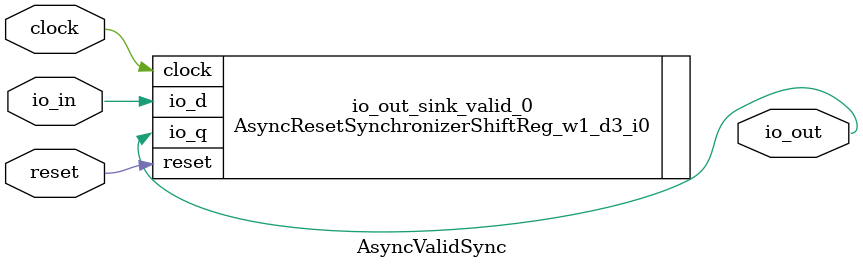
<source format=sv>
`ifndef RANDOMIZE
  `ifdef RANDOMIZE_REG_INIT
    `define RANDOMIZE
  `endif // RANDOMIZE_REG_INIT
`endif // not def RANDOMIZE
`ifndef RANDOMIZE
  `ifdef RANDOMIZE_MEM_INIT
    `define RANDOMIZE
  `endif // RANDOMIZE_MEM_INIT
`endif // not def RANDOMIZE

`ifndef RANDOM
  `define RANDOM $random
`endif // not def RANDOM

// Users can define 'PRINTF_COND' to add an extra gate to prints.
`ifndef PRINTF_COND_
  `ifdef PRINTF_COND
    `define PRINTF_COND_ (`PRINTF_COND)
  `else  // PRINTF_COND
    `define PRINTF_COND_ 1
  `endif // PRINTF_COND
`endif // not def PRINTF_COND_

// Users can define 'ASSERT_VERBOSE_COND' to add an extra gate to assert error printing.
`ifndef ASSERT_VERBOSE_COND_
  `ifdef ASSERT_VERBOSE_COND
    `define ASSERT_VERBOSE_COND_ (`ASSERT_VERBOSE_COND)
  `else  // ASSERT_VERBOSE_COND
    `define ASSERT_VERBOSE_COND_ 1
  `endif // ASSERT_VERBOSE_COND
`endif // not def ASSERT_VERBOSE_COND_

// Users can define 'STOP_COND' to add an extra gate to stop conditions.
`ifndef STOP_COND_
  `ifdef STOP_COND
    `define STOP_COND_ (`STOP_COND)
  `else  // STOP_COND
    `define STOP_COND_ 1
  `endif // STOP_COND
`endif // not def STOP_COND_

// Users can define INIT_RANDOM as general code that gets injected into the
// initializer block for modules with registers.
`ifndef INIT_RANDOM
  `define INIT_RANDOM
`endif // not def INIT_RANDOM

// If using random initialization, you can also define RANDOMIZE_DELAY to
// customize the delay used, otherwise 0.002 is used.
`ifndef RANDOMIZE_DELAY
  `define RANDOMIZE_DELAY 0.002
`endif // not def RANDOMIZE_DELAY

// Define INIT_RANDOM_PROLOG_ for use in our modules below.
`ifndef INIT_RANDOM_PROLOG_
  `ifdef RANDOMIZE
    `ifdef VERILATOR
      `define INIT_RANDOM_PROLOG_ `INIT_RANDOM
    `else  // VERILATOR
      `define INIT_RANDOM_PROLOG_ `INIT_RANDOM #`RANDOMIZE_DELAY begin end
    `endif // VERILATOR
  `else  // RANDOMIZE
    `define INIT_RANDOM_PROLOG_
  `endif // RANDOMIZE
`endif // not def INIT_RANDOM_PROLOG_

module AsyncValidSync(
  input  io_in,
         clock,
         reset,
  output io_out
);

  AsyncResetSynchronizerShiftReg_w1_d3_i0 io_out_sink_valid_0 (	// @[ShiftReg.scala:45:23]
    .clock (clock),
    .reset (reset),
    .io_d  (io_in),
    .io_q  (io_out)
  );
endmodule


</source>
